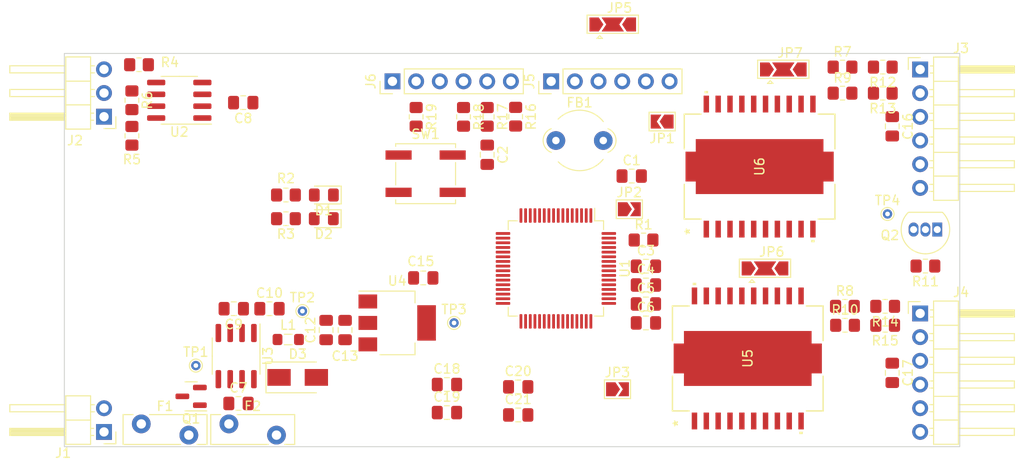
<source format=kicad_pcb>
(kicad_pcb (version 20211014) (generator pcbnew)
  (layers (0 "F.Cu" signal) (1 "In1.Cu" signal) (2 "In2.Cu" signal) (31 "B.Cu" signal) (34 "B.Paste" user) (35 "F.Paste" user) (36 "B.SilkS" user "B.Silkscreen") (37 "F.SilkS" user "F.Silkscreen") (38 "B.Mask" user) (39 "F.Mask" user) (44 "Edge.Cuts" user))
  (net 0 "")
  (net 1 "Net-(J2-Pad1)")
  (net 2 "Net-(J2-Pad2)")
  (net 3 "+5V")
  (net 4 "GND")
  (net 5 "/ESTOP")
  (net 10 "+3.3VADC")
  (net 11 "+3.3V")
  (net 12 "Net-(C7-Pad1)")
  (net 13 "Net-(C9-Pad1)")
  (net 14 "Net-(C10-Pad2)")
  (net 23 "Net-(C10-Pad1)")
  (net 24 "Net-(J3-Pad4)")
  (net 25 "Net-(J3-Pad2)")
  (net 26 "/CS_2")
  (net 27 "Net-(J3-Pad1)")
  (net 35 "Net-(J4-Pad1)")
  (net 37 "Net-(J5-Pad3)")
  (net 38 "VCC")
  (net 40 "Net-(J6-Pad6)")
  (net 41 "Net-(J6-Pad5)")
  (net 42 "Net-(J6-Pad4)")
  (net 43 "/PWM_1")
  (net 44 "/CS_1")
  (net 46 "/INA_1")
  (net 47 "/INB_1")
  (net 48 "/ENCA_1")
  (net 49 "/ENCB_1")
  (net 50 "/OUTA_1")
  (net 51 "/OUTB_1")
  (net 52 "GNDA")
  (net 53 "Net-(JP3-Pad2)")
  (net 54 "/USART_RX")
  (net 55 "/USART_TX")
  (net 56 "Net-(R5-Pad1)")
  (net 57 "/EN_2")
  (net 58 "Net-(J4-Pad2)")
  (net 60 "/MOSI")
  (net 61 "/MISO")
  (net 62 "Net-(D1-Pad2)")
  (net 63 "/LED_1")
  (net 64 "Net-(D2-Pad2)")
  (net 65 "/SWO")
  (net 66 "/NRST")
  (net 67 "/TMS")
  (net 68 "/TCK")
  (net 69 "+BATT")
  (net 70 "Net-(JP2-Pad1)")
  (net 71 "Net-(R1-Pad1)")
  (net 72 "/SCK")
  (net 73 "/CAN_EN")
  (net 74 "/EN_1")
  (net 76 "/Motor driver 2/DMS")
  (net 78 "/Motor driver 1/DMS")
  (net 79 "Net-(Q2-Pad2)")
  (net 80 "/PWM_2")
  (net 81 "/OUTA_2")
  (net 82 "/INA_2")
  (net 83 "/INB_2")
  (net 84 "Net-(U1-Pad44)")
  (net 85 "Net-(U1-Pad45)")
  (net 88 "/OUTB_2")
  (net 89 "/ENCA_2")
  (net 90 "/ENCB_2")
  (net 91 "Net-(J6-Pad2)")
  (net 92 "/ENCEN")
  (net 93 "Net-(F1-Pad1)")
  (footprint "Resistor_SMD:R_0805_2012Metric_Pad1.20x1.40mm_HandSolder" (layer "F.Cu") (at 203.962 132.842 180)
    (fp_text reference "R15" (at 0 -1.65) (layer "F.SilkS"))
    (fp_text value "R")
    (pad "1" smd roundrect (at -1 0 180) (size 1.2 1.4) (layers "F.Cu" "F.Paste" "F.Mask") (roundrect_rratio 0.208333) (net 58 "Net-(J4-Pad2)"))
    (pad "2" smd roundrect (at 1 0 180) (size 1.2 1.4) (layers "F.Cu" "F.Paste" "F.Mask") (roundrect_rratio 0.208333) (net 90 "/ENCB_2"))
  )
  (footprint "TestPoint:TestPoint_THTPad_D1.0mm_Drill0.5mm" (layer "F.Cu") (at 157.734 132.588)
    (fp_text reference "TP3" (at 0 -1.448) (layer "F.SilkS"))
    (fp_text value "TestPoint")
    (pad "1" thru_hole circle (at 0 0) (size 1 1) (drill 0.5) (layers *.Cu *.Mask) (net 11 "+3.3V"))
  )
  (footprint "Package_TO_SOT_SMD:SOT-23" (layer "F.Cu") (at 129.54 140.462 180)
    (fp_text reference "Q1" (at 0 -2.4) (layer "F.SilkS"))
    (fp_text value "AO3401A")
    (pad "1" smd roundrect (at -0.9375 -0.95 180) (size 1.475 0.6) (layers "F.Cu" "F.Paste" "F.Mask") (net 4 "GND"))
    (pad "2" smd roundrect (at -0.9375 0.95 180) (size 1.475 0.6) (layers "F.Cu" "F.Paste" "F.Mask") (net 12 "Net-(C7-Pad1)"))
    (pad "3" smd roundrect (at 0.9375 0 180) (size 1.475 0.6) (layers "F.Cu" "F.Paste" "F.Mask") (net 69 "+BATT"))
  )
  (footprint "Capacitor_SMD:C_0805_2012Metric_Pad1.18x1.45mm_HandSolder" (layer "F.Cu") (at 156.972 142.202)
    (fp_text reference "C19" (at 0 -1.68) (layer "F.SilkS"))
    (fp_text value "1u")
    (pad "1" smd roundrect (at -1.0375 0) (size 1.175 1.45) (layers "F.Cu" "F.Paste" "F.Mask") (roundrect_rratio 0.212766) (net 38 "VCC"))
    (pad "2" smd roundrect (at 1.0375 0) (size 1.175 1.45) (layers "F.Cu" "F.Paste" "F.Mask") (roundrect_rratio 0.212766) (net 4 "GND"))
  )
  (footprint "TestPoint:TestPoint_THTPad_D1.0mm_Drill0.5mm" (layer "F.Cu") (at 130.048 137.16)
    (fp_text reference "TP1" (at 0 -1.448) (layer "F.SilkS"))
    (fp_text value "TestPoint")
    (pad "1" thru_hole circle (at 0 0) (size 1 1) (drill 0.5) (layers *.Cu *.Mask) (net 12 "Net-(C7-Pad1)"))
  )
  (footprint "Ferrite_THT:LairdTech_28C0236-0JW-10" (layer "F.Cu") (at 168.656 113.03)
    (fp_text reference "FB1" (at 2.54 -4.064) (layer "F.SilkS"))
    (fp_text value "FerriteBead")
    (pad "1" thru_hole circle (at 0 0) (size 2 2) (drill 0.8) (layers *.Cu *.Mask) (net 11 "+3.3V"))
    (pad "2" thru_hole circle (at 5.08 0) (size 2 2) (drill 0.8) (layers *.Cu *.Mask) (net 10 "+3.3VADC"))
  )
  (footprint "Capacitor_SMD:C_0805_2012Metric_Pad1.18x1.45mm_HandSolder" (layer "F.Cu") (at 178.308 130.556)
    (fp_text reference "C5" (at 0 -1.68) (layer "F.SilkS"))
    (fp_text value "C")
    (pad "1" smd roundrect (at -1.0375 0) (size 1.175 1.45) (layers "F.Cu" "F.Paste" "F.Mask") (roundrect_rratio 0.212766) (net 11 "+3.3V"))
    (pad "2" smd roundrect (at 1.0375 0) (size 1.175 1.45) (layers "F.Cu" "F.Paste" "F.Mask") (roundrect_rratio 0.212766) (net 4 "GND"))
  )
  (footprint "Fuse:Fuse_Bourns_MF-RHT300" (layer "F.Cu") (at 133.594 143.418)
    (fp_text reference "F2" (at 2.55 -1.9) (layer "F.SilkS"))
    (fp_text value "Polyfuse")
    (pad "1" thru_hole circle (at 0 0) (size 2.01 2.01) (drill 1.01) (layers *.Cu *.Mask) (net 12 "Net-(C7-Pad1)"))
    (pad "2" thru_hole circle (at 5.1 1.2) (size 2.01 2.01) (drill 1.01) (layers *.Cu *.Mask) (net 38 "VCC"))
  )
  (footprint "Package_SO:SOIC-8_3.9x4.9mm_P1.27mm" (layer "F.Cu") (at 128.27 108.712 180)
    (fp_text reference "U2" (at 0 -3.4) (layer "F.SilkS"))
    (fp_text value "SN65HVD234")
    (pad "1" smd roundrect (at -2.475 -1.905 180) (size 1.95 0.6) (layers "F.Cu" "F.Paste" "F.Mask") (net 85 "Net-(U1-Pad45)"))
    (pad "2" smd roundrect (at -2.475 -0.635 180) (size 1.95 0.6) (layers "F.Cu" "F.Paste" "F.Mask") (net 4 "GND"))
    (pad "3" smd roundrect (at -2.475 0.635 180) (size 1.95 0.6) (layers "F.Cu" "F.Paste" "F.Mask") (net 11 "+3.3V"))
    (pad "4" smd roundrect (at -2.475 1.905 180) (size 1.95 0.6) (layers "F.Cu" "F.Paste" "F.Mask") (net 84 "Net-(U1-Pad44)"))
    (pad "5" smd roundrect (at 2.475 1.905 180) (size 1.95 0.6) (layers "F.Cu" "F.Paste" "F.Mask") (net 73 "/CAN_EN"))
    (pad "6" smd roundrect (at 2.475 0.635 180) (size 1.95 0.6) (layers "F.Cu" "F.Paste" "F.Mask") (net 2 "Net-(J2-Pad2)"))
    (pad "7" smd roundrect (at 2.475 -0.635 180) (size 1.95 0.6) (layers "F.Cu" "F.Paste" "F.Mask") (net 1 "Net-(J2-Pad1)"))
    (pad "8" smd roundrect (at 2.475 -1.905 180) (size 1.95 0.6) (layers "F.Cu" "F.Paste" "F.Mask") (net 56 "Net-(R5-Pad1)"))
  )
  (footprint "Capacitor_SMD:C_0805_2012Metric_Pad1.18x1.45mm_HandSolder" (layer "F.Cu") (at 164.6135 139.446)
    (fp_text reference "C20" (at 0 -1.68) (layer "F.SilkS"))
    (fp_text value "100n")
    (pad "1" smd roundrect (at -1.0375 0) (size 1.175 1.45) (layers "F.Cu" "F.Paste" "F.Mask") (roundrect_rratio 0.212766) (net 38 "VCC"))
    (pad "2" smd roundrect (at 1.0375 0) (size 1.175 1.45) (layers "F.Cu" "F.Paste" "F.Mask") (roundrect_rratio 0.212766) (net 4 "GND"))
  )
  (footprint "Connector_PinHeader_2.54mm:PinHeader_1x06_P2.54mm_Horizontal" (layer "F.Cu") (at 207.715 131.572)
    (fp_text reference "J4" (at 4.385 -2.27) (layer "F.SilkS"))
    (fp_text value "Conn_01x06_Male")
    (pad "1" thru_hole rect (at 0 0) (size 1.7 1.7) (drill 1) (layers *.Cu *.Mask) (net 35 "Net-(J4-Pad1)"))
    (pad "2" thru_hole oval (at 0 2.54) (size 1.7 1.7) (drill 1) (layers *.Cu *.Mask) (net 58 "Net-(J4-Pad2)"))
    (pad "3" thru_hole oval (at 0 5.08) (size 1.7 1.7) (drill 1) (layers *.Cu *.Mask) (net 3 "+5V"))
    (pad "4" thru_hole oval (at 0 7.62) (size 1.7 1.7) (drill 1) (layers *.Cu *.Mask) (net 24 "Net-(J3-Pad4)"))
    (pad "5" thru_hole oval (at 0 10.16) (size 1.7 1.7) (drill 1) (layers *.Cu *.Mask) (net 81 "/OUTA_2"))
    (pad "6" thru_hole oval (at 0 12.7) (size 1.7 1.7) (drill 1) (layers *.Cu *.Mask) (net 88 "/OUTB_2"))
  )
  (footprint "Capacitor_SMD:C_0805_2012Metric_Pad1.18x1.45mm_HandSolder" (layer "F.Cu") (at 134.112 131.064 180)
    (fp_text reference "C9" (at 0 -1.68) (layer "F.SilkS"))
    (fp_text value "C")
    (pad "1" smd roundrect (at -1.0375 0 180) (size 1.175 1.45) (layers "F.Cu" "F.Paste" "F.Mask") (roundrect_rratio 0.212766) (net 13 "Net-(C9-Pad1)"))
    (pad "2" smd roundrect (at 1.0375 0 180) (size 1.175 1.45) (layers "F.Cu" "F.Paste" "F.Mask") (roundrect_rratio 0.212766) (net 4 "GND"))
  )
  (footprint "Resistor_SMD:R_0805_2012Metric_Pad1.20x1.40mm_HandSolder" (layer "F.Cu") (at 203.708 107.95 180)
    (fp_text reference "R13" (at 0 -1.65) (layer "F.SilkS"))
    (fp_text value "R")
    (pad "1" smd roundrect (at -1 0 180) (size 1.2 1.4) (layers "F.Cu" "F.Paste" "F.Mask") (roundrect_rratio 0.208333) (net 25 "Net-(J3-Pad2)"))
    (pad "2" smd roundrect (at 1 0 180) (size 1.2 1.4) (layers "F.Cu" "F.Paste" "F.Mask") (roundrect_rratio 0.208333) (net 49 "/ENCB_1"))
  )
  (footprint "Capacitor_SMD:C_0805_2012Metric_Pad1.18x1.45mm_HandSolder" (layer "F.Cu") (at 204.724 137.9435 -90)
    (fp_text reference "C17" (at 0 -1.68 90) (layer "F.SilkS"))
    (fp_text value "C")
    (pad "1" smd roundrect (at -1.0375 0 270) (size 1.175 1.45) (layers "F.Cu" "F.Paste" "F.Mask") (roundrect_rratio 0.212766) (net 3 "+5V"))
    (pad "2" smd roundrect (at 1.0375 0 270) (size 1.175 1.45) (layers "F.Cu" "F.Paste" "F.Mask") (roundrect_rratio 0.212766) (net 4 "GND"))
  )
  (footprint "Resistor_SMD:R_0805_2012Metric_Pad1.20x1.40mm_HandSolder" (layer "F.Cu") (at 199.39 105.156)
    (fp_text reference "R7" (at 0 -1.65) (layer "F.SilkS"))
    (fp_text value "R")
    (pad "1" smd roundrect (at -1 0) (size 1.2 1.4) (layers "F.Cu" "F.Paste" "F.Mask") (roundrect_rratio 0.208333) (net 4 "GND"))
    (pad "2" smd roundrect (at 1 0) (size 1.2 1.4) (layers "F.Cu" "F.Paste" "F.Mask") (roundrect_rratio 0.208333) (net 48 "/ENCA_1"))
  )
  (footprint "Capacitor_SMD:C_0805_2012Metric_Pad1.18x1.45mm_HandSolder" (layer "F.Cu") (at 178.308 126.508)
    (fp_text reference "C3" (at 0 -1.68) (layer "F.SilkS"))
    (fp_text value "C")
    (pad "1" smd roundrect (at -1.0375 0) (size 1.175 1.45) (layers "F.Cu" "F.Paste" "F.Mask") (roundrect_rratio 0.212766) (net 11 "+3.3V"))
    (pad "2" smd roundrect (at 1.0375 0) (size 1.175 1.45) (layers "F.Cu" "F.Paste" "F.Mask") (roundrect_rratio 0.212766) (net 4 "GND"))
  )
  (footprint "Jumper:SolderJumper-2_P1.3mm_Open_TrianglePad1.0x1.5mm" (layer "F.Cu") (at 175.26 139.7)
    (fp_text reference "JP3" (at 0 -1.8) (layer "F.SilkS"))
    (fp_text value "SolderJumper_2_Bridged")
    (pad "1" smd custom (at -0.725 0) (size 0.3 0.3) (layers "F.Cu" "F.Mask") (net 12 "Net-(C7-Pad1)") (options (clearance outline) (anchor rect)) (primitives (gr_poly (pts (xy 1 0) (xy 0.5 0.75) (xy -0.5 0.75) (xy -0.5 -0.75) (xy 0.5 -0.75)) (width 0) (fill yes))))
    (pad "2" smd custom (at 0.725 0) (size 0.3 0.3) (layers "F.Cu" "F.Mask") (net 53 "Net-(JP3-Pad2)") (options (clearance outline) (anchor rect)) (primitives (gr_poly (pts (xy 0.5 0.75) (xy -0.65 0.75) (xy -0.15 0) (xy -0.65 -0.75) (xy 0.5 -0.75)) (width 0) (fill yes))))
  )
  (footprint "Capacitor_SMD:C_0805_2012Metric_Pad1.18x1.45mm_HandSolder" (layer "F.Cu") (at 178.308 132.588)
    (fp_text reference "C6" (at 0 -1.68) (layer "F.SilkS"))
    (fp_text value "C")
    (pad "1" smd roundrect (at -1.0375 0) (size 1.175 1.45) (layers "F.Cu" "F.Paste" "F.Mask") (roundrect_rratio 0.212766) (net 11 "+3.3V"))
    (pad "2" smd roundrect (at 1.0375 0) (size 1.175 1.45) (layers "F.Cu" "F.Paste" "F.Mask") (roundrect_rratio 0.212766) (net 4 "GND"))
  )
  (footprint "Capacitor_SMD:C_0805_2012Metric_Pad1.18x1.45mm_HandSolder" (layer "F.Cu") (at 154.432 127.762 180)
    (fp_text reference "C15" (at 0.261252 1.778) (layer "F.SilkS"))
    (fp_text value "C")
    (pad "1" smd roundrect (at -1.0375 0 180) (size 1.175 1.45) (layers "F.Cu" "F.Paste" "F.Mask") (roundrect_rratio 0.212766) (net 11 "+3.3V"))
    (pad "2" smd roundrect (at 1.0375 0 180) (size 1.175 1.45) (layers "F.Cu" "F.Paste" "F.Mask") (roundrect_rratio 0.212766) (net 4 "GND"))
  )
  (footprint "Capacitor_SMD:C_0805_2012Metric_Pad1.18x1.45mm_HandSolder" (layer "F.Cu") (at 204.724 111.506 -90)
    (fp_text reference "C16" (at 0 -1.68 90) (layer "F.SilkS"))
    (fp_text value "C")
    (pad "1" smd roundrect (at -1.0375 0 270) (size 1.175 1.45) (layers "F.Cu" "F.Paste" "F.Mask") (roundrect_rratio 0.212766) (net 3 "+5V"))
    (pad "2" smd roundrect (at 1.0375 0 270) (size 1.175 1.45) (layers "F.Cu" "F.Paste" "F.Mask") (roundrect_rratio 0.212766) (net 4 "GND"))
  )
  (footprint "Resistor_SMD:R_0805_2012Metric_Pad1.20x1.40mm_HandSolder" (layer "F.Cu") (at 203.708 105.156 180)
    (fp_text reference "R12" (at 0 -1.65) (layer "F.SilkS"))
    (fp_text value "R")
    (pad "1" smd roundrect (at -1 0 180) (size 1.2 1.4) (layers "F.Cu" "F.Paste" "F.Mask") (roundrect_rratio 0.208333) (net 27 "Net-(J3-Pad1)"))
    (pad "2" smd roundrect (at 1 0 180) (size 1.2 1.4) (layers "F.Cu" "F.Paste" "F.Mask") (roundrect_rratio 0.208333) (net 48 "/ENCA_1"))
  )
  (footprint "Resistor_SMD:R_0805_2012Metric_Pad1.20x1.40mm_HandSolder" (layer "F.Cu") (at 203.962 130.81 180)
    (fp_text reference "R14" (at 0 -1.65) (layer "F.SilkS"))
    (fp_text value "R")
    (pad "1" smd roundrect (at -1 0 180) (size 1.2 1.4) (layers "F.Cu" "F.Paste" "F.Mask") (roundrect_rratio 0.208333) (net 35 "Net-(J4-Pad1)"))
    (pad "2" smd roundrect (at 1 0 180) (size 1.2 1.4) (layers "F.Cu" "F.Paste" "F.Mask") (roundrect_rratio 0.208333) (net 89 "/ENCA_2"))
  )
  (footprint "Capacitor_SMD:C_0805_2012Metric_Pad1.18x1.45mm_HandSolder" (layer "F.Cu") (at 146.05 133.35 90)
    (fp_text reference "C13" (at -2.794 0) (layer "F.SilkS"))
    (fp_text value "C")
    (pad "1" smd roundrect (at -1.0375 0 90) (size 1.175 1.45) (layers "F.Cu" "F.Paste" "F.Mask") (roundrect_rratio 0.212766) (net 3 "+5V"))
    (pad "2" smd roundrect (at 1.0375 0 90) (size 1.175 1.45) (layers "F.Cu" "F.Paste" "F.Mask") (roundrect_rratio 0.212766) (net 4 "GND"))
  )
  (footprint "Capacitor_SMD:C_0805_2012Metric_Pad1.18x1.45mm_HandSolder" (layer "F.Cu") (at 176.784 116.84)
    (fp_text reference "C1" (at 0 -1.68) (layer "F.SilkS"))
    (fp_text value "C")
    (pad "1" smd roundrect (at -1.0375 0) (size 1.175 1.45) (layers "F.Cu" "F.Paste" "F.Mask") (roundrect_rratio 0.212766) (net 10 "+3.3VADC"))
    (pad "2" smd roundrect (at 1.0375 0) (size 1.175 1.45) (layers "F.Cu" "F.Paste" "F.Mask") (roundrect_rratio 0.212766) (net 52 "GNDA"))
  )
  (footprint "Diode_SMD:D_SMA" (layer "F.Cu") (at 140.97 138.43)
    (fp_text reference "D3" (at 0 -2.5) (layer "F.SilkS"))
    (fp_text value "CDBA3100-HF")
    (pad "1" smd rect (at -2 0) (size 2.5 1.8) (layers "F.Cu" "F.Paste" "F.Mask") (net 14 "Net-(C10-Pad2)"))
    (pad "2" smd rect (at 2 0) (size 2.5 1.8) (layers "F.Cu" "F.Paste" "F.Mask") (net 4 "GND"))
  )
  (footprint "Capacitor_SMD:C_0805_2012Metric_Pad1.18x1.45mm_HandSolder" (layer "F.Cu") (at 144.018 133.35 90)
    (fp_text reference "C12" (at 0 -1.68 90) (layer "F.SilkS"))
    (fp_text value "C")
    (pad "1" smd roundrect (at -1.0375 0 90) (size 1.175 1.45) (layers "F.Cu" "F.Paste" "F.Mask") (roundrect_rratio 0.212766) (net 3 "+5V"))
    (pad "2" smd roundrect (at 1.0375 0 90) (size 1.175 1.45) (layers "F.Cu" "F.Paste" "F.Mask") (roundrect_rratio 0.212766) (net 4 "GND"))
  )
  (footprint "Capacitor_SMD:C_0805_2012Metric_Pad1.18x1.45mm_HandSolder" (layer "F.Cu") (at 161.29 114.554 -90)
    (fp_text reference "C2" (at 0 -1.68 90) (layer "F.SilkS"))
    (fp_text value "C")
    (pad "1" smd roundrect (at -1.0375 0 270) (size 1.175 1.45) (layers "F.Cu" "F.Paste" "F.Mask") (roundrect_rratio 0.212766) (net 66 "/NRST"))
    (pad "2" smd roundrect (at 1.0375 0 270) (size 1.175 1.45) (layers "F.Cu" "F.Paste" "F.Mask") (roundrect_rratio 0.212766) (net 4 "GND"))
  )
  (footprint "Package_QFP:LQFP-64_10x10mm_P0.5mm" (layer "F.Cu") (at 168.656 126.746 -90)
    (fp_text reference "U1" (at 0 -7.4 90) (layer "F.SilkS"))
    (fp_text value "STM32F103RBTx")
    (pad "1" smd roundrect (at -5.675 -3.75 270) (size 1.55 0.3) (layers "F.Cu" "F.Paste" "F.Mask") (net 70 "Net-(JP2-Pad1)"))
    (pad "2" smd roundrect (at -5.675 -3.25 270) (size 1.55 0.3) (layers "F.Cu" "F.Paste" "F.Mask") (net 5 "/ESTOP"))
    (pad "3" smd roundrect (at -5.675 -2.75 270) (size 1.55 0.3) (layers "F.Cu" "F.Paste" "F.Mask"))
    (pad "4" smd roundrect (at -5.675 -2.25 270) (size 1.55 0.3) (layers "F.Cu" "F.Paste" "F.Mask"))
    (pad "5" smd roundrect (at -5.675 -1.75 270) (size 1.55 0.3) (layers "F.Cu" "F.Paste" "F.Mask"))
    (pad "6" smd roundrect (at -5.675 -1.25 270) (size 1.55 0.3) (layers "F.Cu" "F.Paste" "F.Mask"))
    (pad "7" smd roundrect (at -5.675 -0.75 270) (size 1.55 0.3) (layers "F.Cu" "F.Paste" "F.Mask") (net 66 "/NRST"))
    (pad "8" smd roundrect (at -5.675 -0.25 270) (size 1.55 0.3) (layers "F.Cu" "F.Paste" "F.Mask") (net 74 "/EN_1"))
    (pad "9" smd roundrect (at -5.675 0.25 270) (size 1.55 0.3) (layers "F.Cu" "F.Paste" "F.Mask") (net 44 "/CS_1"))
    (pad "10" smd roundrect (at -5.675 0.75 270) (size 1.55 0.3) (layers "F.Cu" "F.Paste" "F.Mask") (net 46 "/INA_1"))
    (pad "11" smd roundrect (at -5.675 1.25 270) (size 1.55 0.3) (layers "F.Cu" "F.Paste" "F.Mask") (net 47 "/INB_1"))
    (pad "12" smd roundrect (at -5.675 1.75 270) (size 1.55 0.3) (layers "F.Cu" "F.Paste" "F.Mask") (net 52 "GNDA"))
    (pad "13" smd roundrect (at -5.675 2.25 270) (size 1.55 0.3) (layers "F.Cu" "F.Paste" "F.Mask") (net 10 "+3.3VADC"))
    (pad "14" smd roundrect (at -5.675 2.75 270) (size 1.55 0.3) (layers "F.Cu" "F.Paste" "F.Mask") (net 89 "/ENCA_2"))
    (pad "15" smd roundrect (at -5.675 3.25 270) (size 1.55 0.3) (layers "F.Cu" "F.Paste" "F.Mask") (net 90 "/ENCB_2"))
    (pad "16" smd roundrect (at -5.675 3.75 270) (size 1.55 0.3) (layers "F.Cu" "F.Paste" "F.Mask") (net 55 "/USART_TX"))
    (pad "17" smd roundrect (at -3.75 5.675 270) (size 0.3 1.55) (layers "F.Cu" "F.Paste" "F.Mask") (net 54 "/USART_RX"))
    (pad "18" smd roundrect (at -3.25 5.675 270) (size 0.3 1.55) (layers "F.Cu" "F.Paste" "F.Mask") (net 4 "GND"))
    (pad "19" smd roundrect (at -2.75 5.675 270) (size 0.3 1.55) (layers "F.Cu" "F.Paste" "F.Mask") (net 11 "+3.3V"))
    (pad "20" smd roundrect (at -2.25 5.675 270) (size 0.3 1.55) (layers "F.Cu" "F.Paste" "F.Mask") (net 44 "/CS_1"))
    (pad "21" smd roundrect (at -1.75 5.675 270) (size 0.3 1.55) (layers "F.Cu" "F.Paste" "F.Mask") (net 72 "/SCK"))
    (pad "22" smd roundrect (at -1.25 5.675 270) (size 0.3 1.55) (layers "F.Cu" "F.Paste" "F.Mask") (net 61 "/MISO"))
    (pad "23" smd roundrect (at -0.75 5.675 270) (size 0.3 1.55) (layers "F.Cu" "F.Paste" "F.Mask") (net 60 "/MOSI"))
    (pad "24" smd roundrect (at -0.25 5.675 270) (size 0.3 1.55) (layers "F.Cu" "F.Paste" "F.Mask"))
    (pad "25" smd roundrect (at 0.25 5.675 270) (size 0.3 1.55) (layers "F.Cu" "F.Paste" "F.Mask"))
    (pad "26" smd roundrect (at 0.75 5.675 270) (size 0.3 1.55) (layers "F.Cu" "F.Paste" "F.Mask"))
    (pad "27" smd roundrect (at 1.25 5.675 270) (size 0.3 1.55) (layers "F.Cu" "F.Paste" "F.Mask") (net 26 "/CS_2"))
    (pad "28" smd roundrect (at 1.75 5.675 270) (size 0.3 1.55) (layers "F.Cu" "F.Paste" "F.Mask"))
    (pad "29" smd roundrect (at 2.25 5.675 270) (size 0.3 1.55) (layers "F.Cu" "F.Paste" "F.Mask"))
    (pad "30" smd roundrect (at 2.75 5.675 270) (size 0.3 1.55) (layers "F.Cu" "F.Paste" "F.Mask"))
    (pad "31" smd roundrect (at 3.25 5.675 270) (size 0.3 1.55) (layers "F.Cu" "F.Paste" "F.Mask") (net 4 "GND"))
    (pad "32" smd roundrect (at 3.75 5.675 270) (size 0.3 1.55) (layers "F.Cu" "F.Paste" "F.Mask") (net 11 "+3.3V"))
    (pad "33" smd roundrect (at 5.675 3.75 270) (size 1.55 0.3) (layers "F.Cu" "F.Paste" "F.Mask"))
    (pad "34" smd roundrect (at 5.675 3.25 270) (size 1.55 0.3) (layers "F.Cu" "F.Paste" "F.Mask") (net 57 "/EN_2"))
    (pad "35" smd roundrect (at 5.675 2.75 270) (size 1.55 0.3) (layers "F.Cu" "F.Paste" "F.Mask") (net 82 "/INA_2"))
    (pad "36" smd roundrect (at 5.675 2.25 270) (size 1.55 0.3) (layers "F.Cu" "F.Paste" "F.Mask") (net 83 "/INB_2"))
    (pad "37" smd roundrect (at 5.675 1.75 270) (size 1.55 0.3) (layers "F.Cu" "F.Paste" "F.Mask") (net 80 "/PWM_2"))
    (pad "38" smd roundrect (at 5.675 1.25 270) (size 1.55 0.3) (layers "F.Cu" "F.Paste" "F.Mask"))
    (pad "39" smd roundrect (at 5.675 0.75 270) (size 1.55 0.3) (layers "F.Cu" "F.Paste" "F.Mask") (net 43 "/PWM_1"))
    (pad "40" smd roundrect (at 5.675 0.25 270) (size 1.55 0.3) (layers "F.Cu" "F.Paste" "F.Mask"))
    (pad "41" smd roundrect (at 5.675 -0.25 270) (size 1.55 0.3) (layers "F.Cu" "F.Paste" "F.Mask") (net 26 "/CS_2"))
    (pad "42" smd roundrect (at 5.675 -0.75 270) (size 1.55 0.3) (layers "F.Cu" "F.Paste" "F.Mask") (net 63 "/LED_1"))
    (pad "43" smd roundrect (at 5.675 -1.25 270) (size 1.55 0.3) (layers "F.Cu" "F.Paste" "F.Mask") (net 92 "/ENCEN"))
    (pad "44" smd roundrect (at 5.675 -1.75 270) (size 1.55 0.3) (layers "F.Cu" "F.Paste" "F.Mask") (net 84 "Net-(U1-Pad44)"))
    (pad "45" smd roundrect (at 5.675 -2.25 270) (size 1.55 0.3) (layers "F.Cu" "F.Paste" "F.Mask") (net 85 "Net-(U1-Pad45)"))
    (pad "46" smd roundrect (at 5.675 -2.75 270) (size 1.55 0.3) (layers "F.Cu" "F.Paste" "F.Mask") (net 67 "/TMS"))
    (pad "47" smd roundrect (at 5.675 -3.25 270) (size 1.55 0.3) (layers "F.Cu" "F.Paste" "F.Mask") (net 4 "GND"))
    (pad "48" smd roundrect (at 5.675 -3.75 270) (size 1.55 0.3) (layers "F.Cu" "F.Paste" "F.Mask") (net 11 "+3.3V"))
    (pad "49" smd roundrect (at 3.75 -5.675 270) (size 0.3 1.55) (layers "F.Cu" "F.Paste" "F.Mask") (net 68 "/TCK"))
    (pad "50" smd roundrect (at 3.25 -5.675 270) (size 0.3 1.55) (layers "F.Cu" "F.Paste" "F.Mask"))
    (pad "51" smd roundrect (at 2.75 -5.675 270) (size 0.3 1.55) (layers "F.Cu" "F.Paste" "F.Mask"))
    (pad "52" smd roundrect (at 2.25 -5.675 270) (size 0.3 1.55) (layers "F.Cu" "F.Paste" "F.Mask"))
    (pad "53" smd roundrect (at 1.75 -5.675 270) (size 0.3 1.55) (layers "F.Cu" "F.Paste" "F.Mask"))
    (pad "54" smd roundrect (at 1.25 -5.675 270) (size 0.3 1.55) (layers "F.Cu" "F.Paste" "F.Mask"))
    (pad "55" smd roundrect (at 0.75 -5.675 270) (size 0.3 1.55) (layers "F.Cu" "F.Paste" "F.Mask") (net 65 "/SWO"))
    (pad "56" smd roundrect (at 0.25 -5.675 270) (size 0.3 1.55) (layers "F.Cu" "F.Paste" "F.Mask"))
    (pad "57" smd roundrect (at -0.25 -5.675 270) (size 0.3 1.55) (layers "F.Cu" "F.Paste" "F.Mask"))
    (pad "58" smd roundrect (at -0.75 -5.675 270) (size 0.3 1.55) (layers "F.Cu" "F.Paste" "F.Mask") (net 48 "/ENCA_1"))
    (pad "59" smd roundrect (at -1.25 -5.675 270) (size 0.3 1.55) (layers "F.Cu" "F.Paste" "F.Mask") (net 49 "/ENCB_1"))
    (pad "60" smd roundrect (at -1.75 -5.675 270) (size 0.3 1.55) (layers "F.Cu" "F.Paste" "F.Mask") (net 71 "Net-(R1-Pad1)"))
    (pad "61" smd roundrect (at -2.25 -5.675 270) (size 0.3 1.55) (layers "F.Cu" "F.Paste" "F.Mask"))
    (pad "62" smd roundrect (at -2.75 -5.675 270) (size 0.3 1.55) (layers "F.Cu" "F.Paste" "F.Mask"))
    (pad "63" smd roundrect (at -3.25 -5.675 270) (size 0.3 1.55) (layers "F.Cu" "F.Paste" "F.Mask") (net 4 "GND"))
    (pad "64" smd roundrect (at -3.75 -5.675 270) (size 0.3 1.55) (layers "F.Cu" "F.Paste" "F.Mask") (net 11 "+3.3V"))
  )
  (footprint "Connector_PinHeader_2.54mm:PinHeader_1x06_P2.54mm_Horizontal" (layer "F.Cu") (at 207.715 105.41)
    (fp_text reference "J3" (at 4.385 -2.27) (layer "F.SilkS"))
    (fp_text value "Conn_01x06_Male")
    (pad "1" thru_hole rect (at 0 0) (size 1.7 1.7) (drill 1) (layers *.Cu *.Mask) (net 27 "Net-(J3-Pad1)"))
    (pad "2" thru_hole oval (at 0 2.54) (size 1.7 1.7) (drill 1) (layers *.Cu *.Mask) (net 25 "Net-(J3-Pad2)"))
    (pad "3" thru_hole oval (at 0 5.08) (size 1.7 1.7) (drill 1) (layers *.Cu *.Mask) (net 3 "+5V"))
    (pad "4" thru_hole oval (at 0 7.62) (size 1.7 1.7) (drill 1) (layers *.Cu *.Mask) (net 24 "Net-(J3-Pad4)"))
    (pad "5" thru_hole oval (at 0 10.16) (size 1.7 1.7) (drill 1) (layers *.Cu *.Mask) (net 50 "/OUTA_1"))
    (pad "6" thru_hole oval (at 0 12.7) (size 1.7 1.7) (drill 1) (layers *.Cu *.Mask) (net 51 "/OUTB_1"))
  )
  (footprint "Button_Switch_SMD:SW_Push_1P1T_NO_CK_KSC6xxJ" (layer "F.Cu") (at 154.686 116.586 180)
    (fp_text reference "SW1" (at 0 4.24) (layer "F.SilkS"))
    (fp_text value "SW_Push")
    (pad "1" smd rect (at 2.9 -2 180) (size 2.8 1) (layers "F.Cu" "F.Paste" "F.Mask") (net 4 "GND"))
    (pad "1" smd rect (at -2.9 -2 180) (size 2.8 1) (layers "F.Cu" "F.Paste" "F.Mask") (net 4 "GND"))
    (pad "2" smd rect (at 2.9 2 180) (size 2.8 1) (layers "F.Cu" "F.Paste" "F.Mask") (net 66 "/NRST"))
    (pad "2" smd rect (at -2.9 2 180) (size 2.8 1) (layers "F.Cu" "F.Paste" "F.Mask") (net 66 "/NRST"))
  )
  (footprint "Resistor_SMD:R_0805_2012Metric_Pad1.20x1.40mm_HandSolder" (layer "F.Cu") (at 161.29 110.49 -90)
    (fp_text reference "R17" (at 0 -1.65 90) (layer "F.SilkS"))
    (fp_text value "R")
    (pad "1" smd roundrect (at -1 0 270) (size 1.2 1.4) (layers "F.Cu" "F.Paste" "F.Mask") (roundrect_rratio 0.208333) (net 41 "Net-(J6-Pad5)"))
    (pad "2" smd roundrect (at 1 0 270) (size 1.2 1.4) (layers "F.Cu" "F.Paste" "F.Mask") (roundrect_rratio 0.208333) (net 66 "/NRST"))
  )
  (footprint "Resistor_SMD:R_0805_2012Metric_Pad1.20x1.40mm_HandSolder" (layer "F.Cu") (at 199.644 130.81)
    (fp_text reference "R8" (at 0 -1.65) (layer "F.SilkS"))
    (fp_text value "R")
    (pad "1" smd roundrect (at -1 0) (size 1.2 1.4) (layers "F.Cu" "F.Paste" "F.Mask") (roundrect_rratio 0.208333) (net 4 "GND"))
    (pad "2" smd roundrect (at 1 0) (size 1.2 1.4) (layers "F.Cu" "F.Paste" "F.Mask") (roundrect_rratio 0.208333) (net 89 "/ENCA_2"))
  )
  (footprint "Resistor_SMD:R_0805_2012Metric_Pad1.20x1.40mm_HandSolder" (layer "F.Cu") (at 158.75 110.49 -90)
    (fp_text reference "R18" (at 0 -1.65 90) (layer "F.SilkS"))
    (fp_text value "R")
    (pad "1" smd roundrect (at -1 0 270) (size 1.2 1.4) (layers "F.Cu" "F.Paste" "F.Mask") (roundrect_rratio 0.208333) (net 42 "Net-(J6-Pad4)"))
    (pad "2" smd roundrect (at 1 0 270) (size 1.2 1.4) (layers "F.Cu" "F.Paste" "F.Mask") (roundrect_rratio 0.208333) (net 67 "/TMS"))
  )
  (footprint "Package_TO_SOT_THT:TO-92_Inline" (layer "F.Cu") (at 209.55 122.576 180)
    (fp_text reference "Q2" (at 5.08 -0.614) (layer "F.SilkS"))
    (fp_text value "BC546")
    (pad "1" thru_hole rect (at 0 0 180) (size 1.05 1.5) (drill 0.75) (layers *.Cu *.Mask) (net 24 "Net-(J3-Pad4)"))
    (pad "2" thru_hole oval (at 1.27 0 180) (size 1.05 1.5) (drill 0.75) (layers *.Cu *.Mask) (net 79 "Net-(Q2-Pad2)"))
    (pad "3" thru_hole oval (at 2.54 0 180) (size 1.05 1.5) (drill 0.75) (layers *.Cu *.Mask) (net 4 "GND"))
  )
  (footprint "Resistor_SMD:R_0805_2012Metric_Pad1.20x1.40mm_HandSolder" (layer "F.Cu") (at 208.28 126.492 180)
    (fp_text reference "R11" (at 0 -1.65) (layer "F.SilkS"))
    (fp_text value "R")
    (pad "1" smd roundrect (at -1 0 180) (size 1.2 1.4) (layers "F.Cu" "F.Paste" "F.Mask") (roundrect_rratio 0.208333) (net 79 "Net-(Q2-Pad2)"))
    (pad "2" smd roundrect (at 1 0 180) (size 1.2 1.4) (layers "F.Cu" "F.Paste" "F.Mask") (roundrect_rratio 0.208333) (net 92 "/ENCEN"))
  )
  (footprint "Capacitor_SMD:C_0805_2012Metric_Pad1.18x1.45mm_HandSolder" (layer "F.Cu") (at 156.972 139.192)
    (fp_text reference "C18" (at 0 -1.68) (layer "F.SilkS"))
    (fp_text value "100n")
    (pad "1" smd roundrect (at -1.0375 0) (size 1.175 1.45) (layers "F.Cu" "F.Paste" "F.Mask") (roundrect_rratio 0.212766) (net 38 "VCC"))
    (pad "2" smd roundrect (at 1.0375 0) (size 1.175 1.45) (layers "F.Cu" "F.Paste" "F.Mask") (roundrect_rratio 0.212766) (net 4 "GND"))
  )
  (footprint "Jumper:SolderJumper-3_P2.0mm_Open_TrianglePad1.0x1.5mm" (layer "F.Cu") (at 193.04 105.41)
    (fp_text reference "JP7" (at 0.725 -1.775) (layer "F.SilkS"))
    (fp_text value "SolderJumper_3_Bridged12")
    (pad "1" smd custom (at -2 0) (size 0.3 0.3) (layers "F.Cu" "F.Mask") (net 38 "VCC") (options (clearance outline) (anchor rect)) (primitives (gr_poly (pts (xy 1 0) (xy 0.5 0.75) (xy -0.5 0.75) (xy -0.5 -0.75) (xy 0.5 -0.75)) (width 0) (fill yes))))
    (pad "2" smd custom (at 0 0) (size 0.3 0.3) (layers "F.Cu") (net 78 "/Motor driver 1/DMS") (options (clearance outline) (anchor rect)) (primitives (gr_poly (pts (xy 0.7 0) (xy 1.2 0.75) (xy -1.2 0.75) (xy -0.7 0) (xy -1.2 -0.75) (xy 1.2 -0.75)) (width 0) (fill yes))))
    (pad "3" smd custom (at 2 0 180) (size 0.3 0.3) (layers "F.Cu" "F.Mask") (net 4 "GND") (options (clearance outline) (anchor rect)) (primitives (gr_poly (pts (xy 1 0) (xy 0.5 0.75) (xy -0.5 0.75) (xy -0.5 -0.75) (xy 0.5 -0.75)) (width 0) (fill yes))))
  )
  (footprint "Capacitor_SMD:C_0805_2012Metric_Pad1.18x1.45mm_HandSolder" (layer "F.Cu") (at 134.62 141.224)
    (fp_text reference "C7" (at 0 -1.68) (layer "F.SilkS"))
    (fp_text value "C")
    (pad "1" smd roundrect (at -1.0375 0) (size 1.175 1.45) (layers "F.Cu" "F.Paste" "F.Mask") (roundrect_rratio 0.212766) (net 12 "Net-(C7-Pad1)"))
    (pad "2" smd roundrect (at 1.0375 0) (size 1.175 1.45) (layers "F.Cu" "F.Paste" "F.Mask") (roundrect_rratio 0.212766) (net 4 "GND"))
  )
  (footprint "Resistor_SMD:R_0805_2012Metric_Pad1.20x1.40mm_HandSolder" (layer "F.Cu") (at 153.67 110.49 -90)
    (fp_text reference "R19" (at 0 -1.65 90) (layer "F.SilkS"))
    (fp_text value "R")
    (pad "1" smd roundrect (at -1 0 270) (size 1.2 1.4) (layers "F.Cu" "F.Paste" "F.Mask") (roundrect_rratio 0.208333) (net 91 "Net-(J6-Pad2)"))
    (pad "2" smd roundrect (at 1 0 270) (size 1.2 1.4) (layers "F.Cu" "F.Paste" "F.Mask") (roundrect_rratio 0.208333) (net 68 "/TCK"))
  )
  (footprint "candrive:PG-DSO-20-65_11X15P9_INF" (layer "F.Cu") (at 190.5 115.824 90)
    (fp_text reference "U6" (at 0 0 90 unlocked) (layer "F.SilkS"))
    (fp_text value "TLE72093RAUMA1")
    (fp_text user "*" (at -6.9596 -7.4422 90) (layer "F.SilkS"))
    (fp_text user "*" (at -6.9596 -7.4422 90 unlocked) (layer "F.SilkS"))
    (pad "1" smd rect (at -6.7056 -5.715 90) (size 1.8034 0.5842) (layers "F.Cu" "F.Paste" "F.Mask") (net 4 "GND"))
    (pad "2" smd rect (at -6.7056 -4.445 90) (size 1.8034 0.5842) (layers "F.Cu" "F.Paste" "F.Mask") (net 72 "/SCK"))
    (pad "3" smd rect (at -6.7056 -3.175 90) (size 1.8034 0.5842) (layers "F.Cu" "F.Paste" "F.Mask") (net 46 "/INA_1"))
    (pad "4" smd rect (at -6.7056 -1.905 90) (size 1.8034 0.5842) (layers "F.Cu" "F.Paste" "F.Mask"))
    (pad "5" smd rect (at -6.7056 -0.635 90) (size 1.8034 0.5842) (layers "F.Cu" "F.Paste" "F.Mask") (net 38 "VCC"))
    (pad "6" smd rect (at -6.7056 0.635 90) (size 1.8034 0.5842) (layers "F.Cu" "F.Paste" "F.Mask") (net 50 "/OUTA_1"))
    (pad "7" smd rect (at -6.7056 1.905 90) (size 1.8034 0.5842) (layers "F.Cu" "F.Paste" "F.Mask") (net 50 "/OUTA_1"))
    (pad "8" smd rect (at -6.7056 3.175 90) (size 1.8034 0.5842) (layers "F.Cu" "F.Paste" "F.Mask") (net 61 "/MISO"))
    (pad "9" smd rect (at -6.7056 4.445 90) (size 1.8034 0.5842) (layers "F.Cu" "F.Paste" "F.Mask") (net 60 "/MOSI"))
    (pad "10" smd rect (at -6.7056 5.715 90) (size 1.8034 0.5842) (layers "F.Cu" "F.Paste" "F.Mask") (net 4 "GND"))
    (pad "11" smd rect (at 6.7056 5.715 90) (size 1.8034 0.5842) (layers "F.Cu" "F.Paste" "F.Mask") (net 4 "GND"))
    (pad "12" smd rect (at 6.7056 4.445 90) (size 1.8034 0.5842) (layers "F.Cu" "F.Paste" "F.Mask") (net 78 "/Motor driver 1/DMS"))
    (pad "13" smd rect (at 6.7056 3.175 90) (size 1.8034 0.5842) (layers "F.Cu" "F.Paste" "F.Mask") (net 74 "/EN_1"))
    (pad "14" smd rect (at 6.7056 1.905 90) (size 1.8034 0.5842) (layers "F.Cu" "F.Paste" "F.Mask") (net 51 "/OUTB_1"))
    (pad "15" smd rect (at 6.7056 0.635 90) (size 1.8034 0.5842) (layers "F.Cu" "F.Paste" "F.Mask") (net 51 "/OUTB_1"))
    (pad "16" smd rect (at 6.7056 -0.635 90) (size 1.8034 0.5842) (layers "F.Cu" "F.Paste" "F.Mask") (net 38 "VCC"))
    (pad "17" smd rect (at 6.7056 -1.905 90) (size 1.8034 0.5842) (layers "F.Cu" "F.Paste" "F.Mask") (net 44 "/CS_1"))
    (pad "18" smd rect (at 6.7056 -3.175 90) (size 1.8034 0.5842) (layers "F.Cu" "F.Paste" "F.Mask") (net 43 "/PWM_1"))
    (pad "19" smd rect (at 6.7056 -4.445 90) (size 1.8034 0.5842) (layers "F.Cu" "F.Paste" "F.Mask") (net 47 "/INB_1"))
    (pad "20" smd rect (at 6.7056 -5.715 90) (size 1.8034 0.5842) (layers "F.Cu" "F.Paste" "F.Mask") (net 4 "GND"))
    (pad "21" smd custom (at 0 0 90) (size 5.8928 13.6906) (layers "F.Cu" "F.Paste" "F.Mask") (net 4 "GND") (options (clearance outline) (anchor rect)) (primitives (gr_poly (pts (xy -1.6002 5.08) (xy 1.6002 5.08) (xy 1.6002 7.9461) (xy -1.6002 7.9461)) (width 0) (fill yes)) (gr_poly (pts (xy -1.6002 -7.9461) (xy 1.6002 -7.9461) (xy 1.6002 -5.08) (xy -1.6002 -5.08)) (width 0) (fill yes))))
  )
  (footprint "Connector_PinHeader_2.54mm:PinHeader_1x06_P2.54mm_Vertical" (layer "F.Cu") (at 168.148 106.68 90)
    (fp_text reference "J5" (at 0 -2.33 90) (layer "F.SilkS"))
    (fp_text value "Conn_01x06_Male")
    (pad "1" thru_hole rect (at 0 0 90) (size 1.7 1.7) (drill 1) (layers *.Cu *.Mask) (net 4 "GND"))
    (pad "2" thru_hole oval (at 0 2.54 90) (size 1.7 1.7) (drill 1) (layers *.Cu *.Mask))
    (pad "3" thru_hole oval (at 0 5.08 90) (size 1.7 1.7) (drill 1) (layers *.Cu *.Mask) (net 37 "Net-(J5-Pad3)"))
    (pad "4" thru_hole oval (at 0 7.62 90) (size 1.7 1.7) (drill 1) (layers *.Cu *.Mask) (net 54 "/USART_RX"))
    (pad "5" thru_hole oval (at 0 10.16 90) (size 1.7 1.7) (drill 1) (layers *.Cu *.Mask) (net 55 "/USART_TX"))
    (pad "6" thru_hole oval (at 0 12.7 90) (size 1.7 1.7) (drill 1) (layers *.Cu *.Mask))
  )
  (footprint "Resistor_SMD:R_0805_2012Metric_Pad1.20x1.40mm_HandSolder" (layer "F.Cu") (at 199.66 132.842)
    (fp_text reference "R10" (at 0 -1.65) (layer "F.SilkS"))
    (fp_text value "R")
    (pad "1" smd roundrect (at -1 0) (size 1.2 1.4) (layers "F.Cu" "F.Paste" "F.Mask") (roundrect_rratio 0.208333) (net 4 "GND"))
    (pad "2" smd roundrect (at 1 0) (size 1.2 1.4) (layers "F.Cu" "F.Paste" "F.Mask") (roundrect_rratio 0.208333) (net 90 "/ENCB_2"))
  )
  (footprint "Jumper:SolderJumper-2_P1.3mm_Open_TrianglePad1.0x1.5mm" (layer "F.Cu") (at 180.049 110.998 180)
    (fp_text reference "JP1" (at 0 -1.8) (layer "F.SilkS"))
    (fp_text value "SolderJumper_2_Bridged")
    (pad "1" smd custom (at -0.725 0 180) (size 0.3 0.3) (layers "F.Cu" "F.Mask") (net 4 "GND") (options (clearance outline) (anchor rect)) (primitives (gr_poly (pts (xy 1 0) (xy 0.5 0.75) (xy -0.5 0.75) (xy -0.5 -0.75) (xy 0.5 -0.75)) (width 0) (fill yes))))
    (pad "2" smd custom (at 0.725 0 180) (size 0.3 0.3) (layers "F.Cu" "F.Mask") (net 52 "GNDA") (options (clearance outline) (anchor rect)) (primitives (gr_poly (pts (xy 0.5 0.75) (xy -0.65 0.75) (xy -0.15 0) (xy -0.65 -0.75) (xy 0.5 -0.75)) (width 0) (fill yes))))
  )
  (footprint "TestPoint:TestPoint_THTPad_D1.0mm_Drill0.5mm" (layer "F.Cu") (at 204.216 120.904)
    (fp_text reference "TP4" (at 0 -1.448) (layer "F.SilkS"))
    (fp_text value "TestPoint")
    (pad "1" thru_hole circle (at 0 0) (size 1 1) (drill 0.5) (layers *.Cu *.Mask) (net 79 "Net-(Q2-Pad2)"))
  )
  (footprint "Resistor_SMD:R_0805_2012Metric_Pad1.20x1.40mm_HandSolder" (layer "F.Cu") (at 178.054 123.698)
    (fp_text reference "R1" (at 0 -1.65) (layer "F.SilkS"))
    (fp_text value "R")
    (pad "1" smd roundrect (at -1 0) (size 1.2 1.4) (layers "F.Cu" "F.Paste" "F.Mask") (roundrect_rratio 0.208333) (net 71 "Net-(R1-Pad1)"))
    (pad "2" smd roundrect (at 1 0) (size 1.2 1.4) (layers "F.Cu" "F.Paste" "F.Mask") (roundrect_rratio 0.208333) (net 4 "GND"))
  )
  (footprint "Connector_PinHeader_2.54mm:PinHeader_1x02_P2.54mm_Horizontal" (layer "F.Cu") (at 120.199 144.277 180)
    (fp_text reference "J1" (at 4.385 -2.27) (layer "F.SilkS"))
    (fp_text value "Conn_01x02_Male")
    (pad "1" thru_hole rect (at 0 0 180) (size 1.7 1.7) (drill 1) (layers *.Cu *.Mask) (net 93 "Net-(F1-Pad1)"))
    (pad "2" thru_hole oval (at 0 2.54 180) (size 1.7 1.7) (drill 1) (layers *.Cu *.Mask) (net 4 "GND"))
  )
  (footprint "Resistor_SMD:R_0805_2012Metric_Pad1.20x1.40mm_HandSolder" (layer "F.Cu") (at 123.19 108.712 -90)
    (fp_text reference "R6" (at 0 -1.65 90) (layer "F.SilkS"))
    (fp_text value "R")
    (pad "1" smd roundrect (at -1 0 270) (size 1.2 1.4) (layers "F.Cu" "F.Paste" "F.Mask") (roundrect_rratio 0.208333) (net 2 "Net-(J2-Pad2)"))
    (pad "2" smd roundrect (at 1 0 270) (size 1.2 1.4) (layers "F.Cu" "F.Paste" "F.Mask") (roundrect_rratio 0.208333) (net 1 "Net-(J2-Pad1)"))
  )
  (footprint "Package_TO_SOT_SMD:SOT-223-3_TabPin2" (layer "F.Cu") (at 151.638 132.588)
    (fp_text reference "U4" (at 0 -4.5) (layer "F.SilkS"))
    (fp_text value "LD1117S33TR_SOT223")
    (pad "1" smd rect (at -3.15 -2.3) (size 2 1.5) (layers "F.Cu" "F.Paste" "F.Mask") (net 4 "GND"))
    (pad "2" smd rect (at 3.15 0) (size 2 3.8) (layers "F.Cu" "F.Paste" "F.Mask") (net 11 "+3.3V"))
    (pad "2" smd rect (at -3.15 0) (size 2 1.5) (layers "F.Cu" "F.Paste" "F.Mask") (net 11 "+3.3V"))
    (pad "3" smd rect (at -3.15 2.3) (size 2 1.5) (layers "F.Cu" "F.Paste" "F.Mask") (net 3 "+5V"))
  )
  (footprint "Capacitor_SMD:C_0805_2012Metric_Pad1.18x1.45mm_HandSolder" (layer "F.Cu") (at 178.308 128.524)
    (fp_text reference "C4" (at 0 -1.68) (layer "F.SilkS"))
    (fp_text value "C")
    (pad "1" smd roundrect (at -1.0375 0) (size 1.175 1.45) (layers "F.Cu" "F.Paste" "F.Mask") (roundrect_rratio 0.212766) (net 11 "+3.3V"))
    (pad "2" smd roundrect (at 1.0375 0) (size 1.175 1.45) (layers "F.Cu" "F.Paste" "F.Mask") (roundrect_rratio 0.212766) (net 4 "GND"))
  )
  (footprint "candrive:PG-DSO-20-65_11X15P9_INF" (layer "F.Cu") (at 189.23 136.398 90)
    (fp_text reference "U5" (at 0 0 90 unlocked) (layer "F.SilkS"))
    (fp_text value "TLE72093RAUMA1")
    (fp_text user "*" (at -6.9596 -7.4422 90 unlocked) (layer "F.SilkS"))
    (fp_text user "*" (at -6.9596 -7.4422 90) (layer "F.SilkS"))
    (pad "1" smd rect (at -6.7056 -5.715 90) (size 1.8034 0.5842) (layers "F.Cu" "F.Paste" "F.Mask") (net 4 "GND"))
    (pad "2" smd rect (at -6.7056 -4.445 90) (size 1.8034 0.5842) (layers "F.Cu" "F.Paste" "F.Mask") (net 72 "/SCK"))
    (pad "3" smd rect (at -6.7056 -3.175 90) (size 1.8034 0.5842) (layers "F.Cu" "F.Paste" "F.Mask") (net 82 "/INA_2"))
    (pad "4" smd rect (at -6.7056 -1.905 90) (size 1.8034 0.5842) (layers "F.Cu" "F.Paste" "F.Mask"))
    (pad "5" smd rect (at -6.7056 -0.635 90) (size 1.8034 0.5842) (layers "F.Cu" "F.Paste" "F.Mask") (net 38 "VCC"))
    (pad "6" smd rect (at -6.7056 0.635 90) (size 1.8034 0.5842) (layers "F.Cu" "F.Paste" "F.Mask") (net 81 "/OUTA_2"))
    (pad "7" smd rect (at -6.7056 1.905 90) (size 1.8034 0.5842) (layers "F.Cu" "F.Paste" "F.Mask") (net 81 "/OUTA_2"))
    (pad "8" smd rect (at -6.7056 3.175 90) (size 1.8034 0.5842) (layers "F.Cu" "F.Paste" "F.Mask") (net 61 "/MISO"))
    (pad "9" smd rect (at -6.7056 4.445 90) (size 1.8034 0.5842) (layers "F.Cu" "F.Paste" "F.Mask") (net 60 "/MOSI"))
    (pad "10" smd rect (at -6.7056 5.715 90) (size 1.8034 0.5842) (layers "F.Cu" "F.Paste" "F.Mask") (net 4 "GND"))
    (pad "11" smd rect (at 6.7056 5.715 90) (size 1.8034 0.5842) (layers "F.Cu" "F.Paste" "F.Mask") (net 4 "GND"))
    (pad "12" smd rect (at 6.7056 4.445 90) (size 1.8034 0.5842) (layers "F.Cu" "F.Paste" "F.Mask") (net 76 "/Motor driver 2/DMS"))
    (pad "13" smd rect (at 6.7056 3.175 90) (size 1.8034 0.5842) (layers "F.Cu" "F.Paste" "F.Mask") (net 57 "/EN_2"))
    (pad "14" smd rect (at 6.7056 1.905 90) (size 1.8034 0.5842) (layers "F.Cu" "F.Paste" "F.Mask") (net 88 "/OUTB_2"))
    (pad "15" smd rect (at 6.7056 0.635 90) (size 1.8034 0.5842) (layers "F.Cu" "F.Paste" "F.Mask") (net 88 "/OUTB_2"))
    (pad "16" smd rect (at 6.7056 -0.635 90) (size 1.8034 0.5842) (layers "F.Cu" "F.Paste" "F.Mask") (net 38 "VCC"))
    (pad "17" smd rect (at 6.7056 -1.905 90) (size 1.8034 0.5842) (layers "F.Cu" "F.Paste" "F.Mask") (net 26 "/CS_2"))
    (pad "18" smd rect (at 6.7056 -3.175 90) (size 1.8034 0.5842) (layers "F.Cu" "F.Paste" "F.Mask") (net 80 "/PWM_2"))
    (pad "19" smd rect (at 6.7056 -4.445 90) (size 1.8034 0.5842) (layers "F.Cu" "F.Paste" "F.Mask") (net 83 "/INB_2"))
    (pad "20" smd rect (at 6.7056 -5.715 90) (size 1.8034 0.5842) (layers "F.Cu" "F.Paste" "F.Mask") (net 4 "GND"))
    (pad "21" smd custom (at 0 0 90) (size 5.8928 13.6906) (layers "F.Cu" "F.Paste" "F.Mask") (net 4 "GND") (options (clearance outline) (anchor rect)) (primitives (gr_poly (pts (xy -1.6002 5.08) (xy 1.6002 5.08) (xy 1.6002 7.9461) (xy -1.6002 7.9461)) (width 0) (fill yes)) (gr_poly (pts (xy -1.6002 -7.9461) (xy 1.6002 -7.9461) (xy 1.6002 -5.08) (xy -1.6002 -5.08)) (width 0) (fill yes))))
  )
  (footprint "Resistor_SMD:R_0805_2012Metric_Pad1.20x1.40mm_HandSolder" (layer "F.Cu") (at 139.709 118.872 180)
    (fp_text reference "R2" (at 0 1.778) (layer "F.SilkS"))
    (fp_text value "R")
    (pad "1" smd roundrect locked (at -1 0 180) (size 1.2 1.4) (layers "F.Cu" "F.Paste" "F.Mask") (roundrect_rratio 0.208333) (net 62 "Net-(D1-Pad2)"))
    (pad "2" smd roundrect locked (at 1 0 180) (size 1.2 1.4) (layers "F.Cu" "F.Paste" "F.Mask") (roundrect_rratio 0.208333) (net 63 "/LED_1"))
  )
  (footprint "Package_SO:SOIC-8_3.9x4.9mm_P1.27mm" (layer "F.Cu") (at 134.366 136.144 -90)
    (fp_text reference "U3" (at 0 -3.4 90) (layer "F.SilkS"))
    (fp_text value "MAX5035BUSA")
    (pad "1" smd roundrect (at -2.475 -1.905 270) (size 1.95 0.6) (layers "F.Cu" "F.Paste" "F.Mask") (net 23 "Net-(C10-Pad1)"))
    (pad "2" smd roundrect (at -2.475 -0.635 270) (size 1.95 0.6) (layers "F.Cu" "F.Paste" "F.Mask") (net 13 "Net-(C9-Pad1)"))
    (pad "3" smd roundrect (at -2.475 0.635 270) (size 1.95 0.6) (layers "F.Cu" "F.Paste" "F.Mask") (net 4 "GND"))
    (pad "4" smd roundrect (at -2.475 1.905 270) (size 1.95 0.6) (layers "F.Cu" "F.Paste" "F.Mask") (net 3 "+5V"))
    (pad "5" smd roundrect (at 2.475 1.905 270) (size 1.95 0.6) (layers "F.Cu" "F.Paste" "F.Mask") (net 53 "Net-(JP3-Pad2)"))
    (pad "6" smd roundrect (at 2.475 0.635 270) (size 1.95 0.6) (layers "F.Cu" "F.Paste" "F.Mask") (net 4 "GND"))
    (pad "7" smd roundrect (at 2.475 -0.635 270) (size 1.95 0.6) (layers "F.Cu" "F.Paste" "F.Mask") (net 12 "Net-(C7-Pad1)"))
    (pad "8" smd roundrect (at 2.475 -1.905 270) (size 1.95 0.6) (layers "F.Cu" "F.Paste" "F.Mask") (net 14 "Net-(C10-Pad2)"))
  )
  (footprint "Capacitor_SMD:C_0805_2012Metric_Pad1.18x1.45mm_HandSolder" (layer "F.Cu") (at 137.9435 131.064)
    (fp_text reference "C10" (at 0 -1.68) (layer "F.SilkS"))
    (fp_text value "C")
    (pad "1" smd roundrect (at -1.0375 0) (size 1.175 1.45) (layers "F.Cu" "F.Paste" "F.Mask") (roundrect_rratio 0.212766) (net 23 "Net-(C10-Pad1)"))
    (pad "2" smd roundrect (at 1.0375 0) (size 1.175 1.45) (layers "F.Cu" "F.Paste" "F.Mask") (roundrect_rratio 0.212766) (net 14 "Net-(C10-Pad2)"))
  )
  (footprint "Inductor_SMD:L_0805_2012Metric_Pad1.05x1.20mm_HandSolder" (layer "F.Cu") (at 139.954 134.366)
    (fp_text reference "L1" (at 0 -1.55) (layer "F.SilkS"))
    (fp_text value "L")
    (pad "1" smd roundrect (at -1.15 0) (size 1.05 1.2) (layers "F.Cu" "F.Paste" "F.Mask") (roundrect_rratio 0.238095) (net 14 "Net-(C10-Pad2)"))
    (pad "2" smd roundrect (at 1.15 0) (size 1.05 1.2) (layers "F.Cu" "F.Paste" "F.Mask") (roundrect_rratio 0.238095) (net 3 "+5V"))
  )
  (footprint "Connector_PinHeader_2.54mm:PinHeader_1x03_P2.54mm_Horizontal" (layer "F.Cu") (at 120.199 110.475 180)
    (fp_text reference "J2" (at 3.105 -2.555) (layer "F.SilkS"))
    (fp_text value "Conn_01x03_Male")
    (pad "1" thru_hole rect (at 0 0 180) (size 1.7 1.7) (drill 1) (layers *.Cu *.Mask) (net 1 "Net-(J2-Pad1)"))
    (pad "2" thru_hole oval (at 0 2.54 180) (size 1.7 1.7) (drill 1) (layers *.Cu *.Mask) (net 2 "Net-(J2-Pad2)"))
    (pad "3" thru_hole oval (at 0 5.08 180) (size 1.7 1.7) (drill 1) (layers *.Cu *.Mask) (net 5 "/ESTOP"))
  )
  (footprint "TestPoint:TestPoint_THTPad_D1.0mm_Drill0.5mm" (layer "F.Cu") (at 141.478 131.318)
    (fp_text reference "TP2" (at 0 -1.448) (layer "F.SilkS"))
    (fp_text value "TestPoint")
    (pad "1" thru_hole circle (at 0 0) (size 1 1) (drill 0.5) (layers *.Cu *.Mask) (net 3 "+5V"))
  )
  (footprint "Capacitor_SMD:C_0805_2012Metric_Pad1.18x1.45mm_HandSolder" (layer "F.Cu") (at 135.128 108.966 180)
    (fp_text reference "C8" (at 0 -1.68) (layer "F.SilkS"))
    (fp_text value "C")
    (pad "1" smd roundrect (at -1.0375 0 180) (size 1.175 1.45) (layers "F.Cu" "F.Paste" "F.Mask") (roundrect_rratio 0.212766) (net 11 "+3.3V"))
    (pad "2" smd roundrect (at 1.0375 0 180) (size 1.175 1.45) (layers "F.Cu" "F.Paste" "F.Mask") (roundrect_rratio 0.212766) (net 4 "GND"))
  )
  (footprint "Resistor_SMD:R_0805_2012Metric_Pad1.20x1.40mm_HandSolder" (layer "F.Cu") (at 123.19 112.522 -90)
    (fp_text reference "R5" (at 2.54 0 180) (layer "F.SilkS"))
    (fp_text value "R")
    (pad "1" smd roundrect (at -1 0 270) (size 1.2 1.4) (layers "F.Cu" "F.Paste" "F.Mask") (roundrect_rratio 0.208333) (net 56 "Net-(R5-Pad1)"))
    (pad "2" smd roundrect (at 1 0 270) (size 1.2 1.4) (layers "F.Cu" "F.Paste" "F.Mask") (roundrect_rratio 0.208333) (net 4 "GND"))
  )
  (footprint "Resistor_SMD:R_0805_2012Metric_Pad1.20x1.40mm_HandSolder" (layer "F.Cu") (at 164.338 110.474 -90)
    (fp_text reference "R16" (at 0 -1.65 90) (layer "F.SilkS"))
    (fp_text value "R")
    (pad "1" smd roundrect (at -1 0 270) (size 1.2 1.4) (layers "F.Cu" "F.Paste" "F.Mask") (roundrect_rratio 0.208333) (net 40 "Net-(J6-Pad6)"))
    (pad "2" smd roundrect (at 1 0 270) (size 1.2 1.4) (layers "F.Cu" "F.Paste" "F.Mask") (roundrect_rratio 0.208333) (net 65 "/SWO"))
  )
  (footprint "Resistor_SMD:R_0805_2012Metric_Pad1.20x1.40mm_HandSolder" (layer "F.Cu") (at 199.39 107.95)
    (fp_text reference "R9" (at 0 -1.65) (layer "F.SilkS"))
    (fp_text value "R")
    (pad "1" smd roundrect (at -1 0) (size 1.2 1.4) (layers "F.Cu" "F.Paste" "F.Mask") (roundrect_rratio 0.208333) (net 4 "GND"))
    (pad "2" smd roundrect (at 1 0) (size 1.2 1.4) (layers "F.Cu" "F.Paste" "F.Mask") (roundrect_rratio 0.208333) (net 49 "/ENCB_1"))
  )
  (footprint "Resistor_SMD:R_0805_2012Metric_Pad1.20x1.40mm_HandSolder" (layer "F.Cu") (at 139.709 121.412 180)
    (fp_text reference "R3" (at 0 -1.65) (layer "F.SilkS"))
    (fp_text value "R")
    (pad "1" smd roundrect locked (at -1 0 180) (size 1.2 1.4) (layers "F.Cu" "F.Paste" "F.Mask") (roundrect_rratio 0.208333) (net 64 "Net-(D2-Pad2)"))
    (pad "2" smd roundrect locked (at 1 0 180) (size 1.2 1.4) (layers "F.Cu" "F.Paste" "F.Mask") (roundrect_rratio 0.208333) (net 3 "+5V"))
  )
  (footprint "Resistor_SMD:R_0805_2012Metric_Pad1.20x1.40mm_HandSolder" (layer "F.Cu") (at 123.952 104.902)
    (fp_text reference "R4" (at 3.302 -0.254) (layer "F.SilkS"))
    (fp_text value "R")
    (pad "1" smd roundrect (at -1 0) (size 1.2 1.4) (layers "F.Cu" "F.Paste" "F.Mask") (roundrect_rratio 0.208333) (net 73 "/CAN_EN"))
    (pad "2" smd roundrect (at 1 0) (size 1.2 1.4) (layers "F.Cu" "F.Paste" "F.Mask") (roundrect_rratio 0.208333) (net 4 "GND"))
  )
  (footprint "LED_SMD:LED_0805_2012Metric_Pad1.15x1.40mm_HandSolder" (layer "F.Cu") (at 143.773 118.872 180)
    (fp_text reference "D1" (at 0 -1.65) (layer "F.SilkS"))
    (fp_text value "LED")
    (pad "1" smd roundrect locked (at -1.025 0 180) (size 1.15 1.4) (layers "F.Cu" "F.Paste" "F.Mask") (roundrect_rratio 0.217391) (net 4 "GND"))
    (pad "2" smd roundrect locked (at 1.025 0 180) (size 1.15 1.4) (layers "F.Cu" "F.Paste" "F.Mask") (roundrect_rratio 0.217391) (net 62 "Net-(D1-Pad2)"))
  )
  (footprint "Connector_PinHeader_2.54mm:PinHeader_1x06_P2.54mm_Vertical" (layer "F.Cu") (at 151.13 106.68 90)
    (fp_text reference "J6" (at 0 -2.33 90) (layer "F.SilkS"))
    (fp_text value "Conn_01x06_Male")
    (pad "1" thru_hole rect (at 0 0 90) (size 1.7 1.7) (drill 1) (layers *.Cu *.Mask))
    (pad "2" thru_hole oval (at 0 2.54 90) (size 1.7 1.7) (drill 1) (layers *.Cu *.Mask) (net 91 "Net-(J6-Pad2)"))
    (pad "3" thru_hole oval (at 0 5.08 90) (size 1.7 1.7) (drill 1) (layers *.Cu *.Mask) (net 4 "GND"))
    (pad "4" thru_hole oval (at 0 7.62 90) (size 1.7 1.7) (drill 1) (layers *.Cu *.Mask) (net 42 "Net-(J6-Pad4)"))
    (pad "5" thru_hole oval (at 0 10.16 90) (size 1.7 1.7) (drill 1) (layers *.Cu *.Mask) (net 41 "Net-(J6-Pad5)"))
    (pad "6" thru_hole oval (at 0 12.7 90) (size 1.7 1.7) (drill 1) (layers *.Cu *.Mask) (net 40 "Net-(J6-Pad6)"))
  )
  (footprint "Jumper:SolderJumper-3_P2.0mm_Open_TrianglePad1.0x1.5mm" (layer "F.Cu") (at 174.752 100.584)
    (fp_text reference "JP5" (at 0.725 -1.775) (layer "F.SilkS"))
    (fp_text value "SolderJumper_3_Open")
    (pad "1" smd custom (at -2 0) (size 0.3 0.3) (layers "F.Cu" "F.Mask") (net 3 "+5V") (options (clearance outline) (anchor rect)) (primitives (gr_poly (pts (xy 1 0) (xy 0.5 0.75) (xy -0.5 0.75) (xy -0.5 -0.75) (xy 0.5 -0.75)) (width 0) (fill yes))))
    (pad "2" smd custom (at 0 0) (size 0.3 0.3) (layers "F.Cu") (net 37 "Net-(J5-Pad3)") (options (clearance outline) (anchor rect)) (primitives (gr_poly (pts (xy 0.7 0) (xy 1.2 0.75) (xy -1.2 0.75) (xy -0.7 0) (xy -1.2 -0.75) (xy 1.2 -0.75)) (width 0) (fill yes))))
    (pad "3" smd custom (at 2 0 180) (size 0.3 0.3) (layers "F.Cu" "F.Mask") (net 11 "+3.3V") (options (clearance outline) (anchor rect)) (primitives (gr_poly (pts (xy 1 0) (xy 0.5 0.75) (xy -0.5 0.75) (xy -0.5 -0.75) (xy 0.5 -0.75)) (width 0) (fill yes))))
  )
  (footprint "Capacitor_SMD:C_0805_2012Metric_Pad1.18x1.45mm_HandSolder" (layer "F.Cu") (at 164.6135 142.456)
    (fp_text reference "C21" (at 0 -1.68) (layer "F.SilkS"))
    (fp_text value "1u")
    (pad "1" smd roundrect (at -1.0375 0) (size 1.175 1.45) (layers "F.Cu" "F.Paste" "F.Mask") (roundrect_rratio 0.212766) (net 38 "VCC"))
    (pad "2" smd roundrect (at 1.0375 0) (size 1.175 1.45) (layers "F.Cu" "F.Paste" "F.Mask") (roundrect_rratio 0.212766) (net 4 "GND"))
  )
  (footprint "LED_SMD:LED_0805_2012Metric_Pad1.15x1.40mm_HandSolder" (layer "F.Cu") (at 143.764 121.412 180)
    (fp_text reference "D2" (at 0 -1.65) (layer "F.SilkS"))
    (fp_text value "LED")
    (pad "1" smd roundrect locked (at -1.025 0 180) (size 1.15 1.4) (layers "F.Cu" "F.Paste" "F.Mask") (roundrect_rratio 0.217391) (net 4 "GND"))
    (pad "2" smd roundrect locked (at 1.025 0 180) (size 1.15 1.4) (layers "F.Cu" "F.Paste" "F.Mask") (roundrect_rratio 0.217391) (net 64 "Net-(D2-Pad2)"))
  )
  (footprint "Jumper:SolderJumper-3_P2.0mm_Open_TrianglePad1.0x1.5mm" (layer "F.Cu") (at 191.078 126.746)
    (fp_text reference "JP6" (at 0.725 -1.775) (layer "F.SilkS"))
    (fp_text value "SolderJumper_3_Bridged12")
    (pad "1" smd custom (at -2 0) (size 0.3 0.3) (layers "F.Cu" "F.Mask") (net 38 "VCC") (options (clearance outline) (anchor rect)) (primitives (gr_poly (pts (xy 1 0) (xy 0.5 0.75) (xy -0.5 0.75) (xy -0.5 -0.75) (xy 0.5 -0.75)) (width 0) (fill yes))))
    (pad "2" smd custom (at 0 0) (size 0.3 0.3) (layers "F.Cu") (net 76 "/Motor driver 2/DMS") (options (clearance outline) (anchor rect)) (primitives (gr_poly (pts (xy 0.7 0) (xy 1.2 0.75) (xy -1.2 0.75) (xy -0.7 0) (xy -1.2 -0.75) (xy 1.2 -0.75)) (width 0) (fill yes))))
    (pad "3" smd custom (at 2 0 180) (size 0.3 0.3) (layers "F.Cu" "F.Mask") (net 4 "GND") (options (clearance outline) (anchor rect)) (primitives (gr_poly (pts (xy 1 0) (xy 0.5 0.75) (xy -0.5 0.75) (xy -0.5 -0.75) (xy 0.5 -0.75)) (width 0) (fill yes))))
  )
  (footprint "Fuse:Fuse_Bourns_MF-RHT300" (layer "F.Cu") (at 124.196 143.418)
    (fp_text reference "F1" (at 2.55 -1.9) (layer "F.SilkS"))
    (fp_text value "Polyfuse")
    (pad "1" thru_hole circle (at 0 0) (size 2.01 2.01) (drill 1.01) (layers *.Cu *.Mask) (net 93 "Net-(F1-Pad1)"))
    (pad "2" thru_hole circle (at 5.1 1.2) (size 2.01 2.01) (drill 1.01) (layers *.Cu *.Mask) (net 69 "+BATT"))
  )
  (footprint "Jumper:SolderJumper-2_P1.3mm_Open_TrianglePad1.0x1.5mm" (layer "F.Cu") (at 176.53 120.396)
    (fp_text reference "JP2" (at 0 -1.8) (layer "F.SilkS"))
    (fp_text value "SolderJumper_2_Bridged")
    (pad "1" smd custom (at -0.725 0) (size 0.3 0.3) (layers "F.Cu" "F.Mask") (net 70 "Net-(JP2-Pad1)") (options (clearance outline) (anchor rect)) (primitives (gr_poly (pts (xy 1 0) (xy 0.5 0.75) (xy -0.5 0.75) (xy -0.5 -0.75) (xy 0.5 -0.75)) (width 0) (fill yes))))
    (pad "2" smd custom (at 0.725 0) (size 0.3 0.3) (layers "F.Cu" "F.Mask") (net 11 "+3.3V") (options (clearance outline) (anchor rect)) (primitives (gr_poly (pts (xy 0.5 0.75) (xy -0.65 0.75) (xy -0.15 0) (xy -0.65 -0.75) (xy 0.5 -0.75)) (width 0) (fill yes))))
  )
  (gr_rect locked (start 211.96 145.856) (end 115.948 103.692) (layer "Edge.Cuts") (width 0.1) (fill none))
)
</source>
